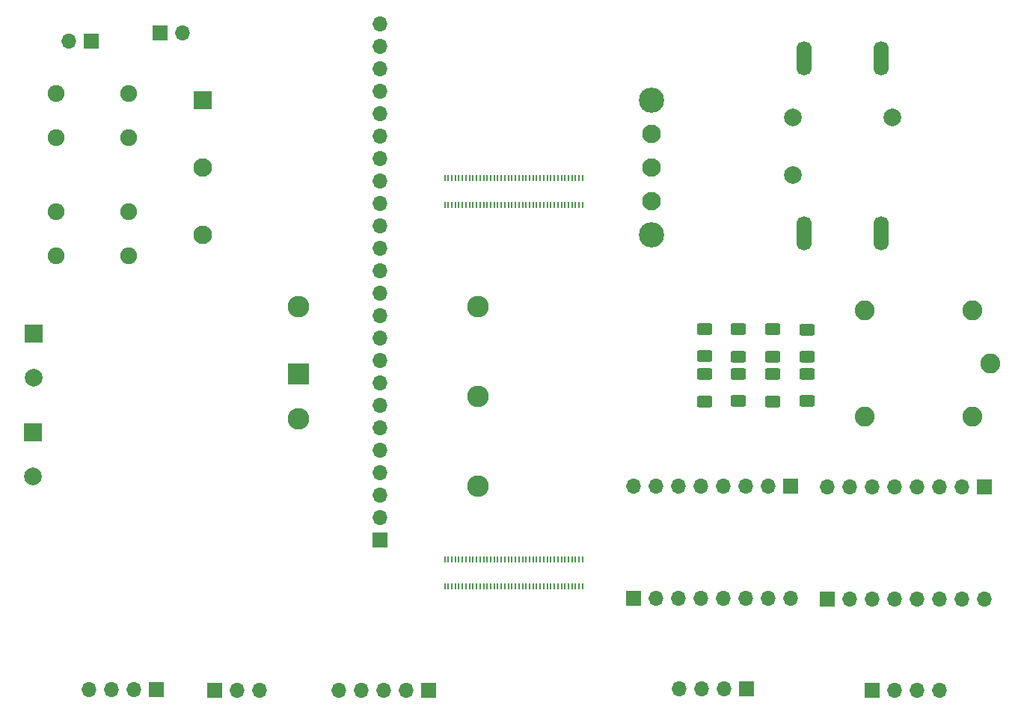
<source format=gbr>
%TF.GenerationSoftware,KiCad,Pcbnew,7.0.8*%
%TF.CreationDate,2023-10-25T17:14:19-06:00*%
%TF.ProjectId,GR-LRR-PCB,47522d4c-5252-42d5-9043-422e6b696361,rev?*%
%TF.SameCoordinates,Original*%
%TF.FileFunction,Soldermask,Bot*%
%TF.FilePolarity,Negative*%
%FSLAX46Y46*%
G04 Gerber Fmt 4.6, Leading zero omitted, Abs format (unit mm)*
G04 Created by KiCad (PCBNEW 7.0.8) date 2023-10-25 17:14:19*
%MOMM*%
%LPD*%
G01*
G04 APERTURE LIST*
G04 Aperture macros list*
%AMRoundRect*
0 Rectangle with rounded corners*
0 $1 Rounding radius*
0 $2 $3 $4 $5 $6 $7 $8 $9 X,Y pos of 4 corners*
0 Add a 4 corners polygon primitive as box body*
4,1,4,$2,$3,$4,$5,$6,$7,$8,$9,$2,$3,0*
0 Add four circle primitives for the rounded corners*
1,1,$1+$1,$2,$3*
1,1,$1+$1,$4,$5*
1,1,$1+$1,$6,$7*
1,1,$1+$1,$8,$9*
0 Add four rect primitives between the rounded corners*
20,1,$1+$1,$2,$3,$4,$5,0*
20,1,$1+$1,$4,$5,$6,$7,0*
20,1,$1+$1,$6,$7,$8,$9,0*
20,1,$1+$1,$8,$9,$2,$3,0*%
G04 Aperture macros list end*
%ADD10R,1.700000X1.700000*%
%ADD11O,1.700000X1.700000*%
%ADD12R,2.000000X2.000000*%
%ADD13C,2.000000*%
%ADD14RoundRect,0.102000X-1.125000X-1.125000X1.125000X-1.125000X1.125000X1.125000X-1.125000X1.125000X0*%
%ADD15C,2.454000*%
%ADD16R,2.100000X2.100000*%
%ADD17C,2.100000*%
%ADD18C,2.865000*%
%ADD19C,1.905000*%
%ADD20C,2.250000*%
%ADD21RoundRect,0.250000X0.625000X-0.400000X0.625000X0.400000X-0.625000X0.400000X-0.625000X-0.400000X0*%
%ADD22R,0.200000X0.700000*%
%ADD23O,1.700000X3.900000*%
G04 APERTURE END LIST*
D10*
%TO.C,J8*%
X167274000Y-116718000D03*
D11*
X169814000Y-116718000D03*
X172354000Y-116718000D03*
X174894000Y-116718000D03*
X177434000Y-116718000D03*
X179974000Y-116718000D03*
X182514000Y-116718000D03*
X185054000Y-116718000D03*
%TD*%
D10*
%TO.C,J7*%
X185054000Y-104018000D03*
D11*
X182514000Y-104018000D03*
X179974000Y-104018000D03*
X177434000Y-104018000D03*
X174894000Y-104018000D03*
X172354000Y-104018000D03*
X169814000Y-104018000D03*
X167274000Y-104018000D03*
%TD*%
D10*
%TO.C,J13*%
X122199400Y-127081200D03*
D11*
X119659400Y-127081200D03*
X117119400Y-127081200D03*
X114579400Y-127081200D03*
X112039400Y-127081200D03*
%TD*%
D10*
%TO.C,J14*%
X83997800Y-53599000D03*
D11*
X81457800Y-53599000D03*
%TD*%
D12*
%TO.C,C0*%
X77469200Y-86681200D03*
D13*
X77469200Y-91681200D03*
%TD*%
D10*
%TO.C,J10*%
X97993200Y-127081200D03*
D11*
X100533200Y-127081200D03*
X103073200Y-127081200D03*
%TD*%
D14*
%TO.C,PS2*%
X107479100Y-91216400D03*
D15*
X107479100Y-96296400D03*
X127799100Y-103916400D03*
X127799100Y-93756400D03*
X127799100Y-83596400D03*
X107479100Y-83596400D03*
%TD*%
D10*
%TO.C,J11*%
X116636800Y-110088600D03*
D11*
X116636800Y-107548600D03*
X116636800Y-105008600D03*
X116636800Y-102468600D03*
X116636800Y-99928600D03*
X116636800Y-97388600D03*
X116636800Y-94848600D03*
X116636800Y-92308600D03*
X116636800Y-89768600D03*
X116636800Y-87228600D03*
X116636800Y-84688600D03*
X116636800Y-82148600D03*
X116636800Y-79608600D03*
X116636800Y-77068600D03*
X116636800Y-74528600D03*
X116636800Y-71988600D03*
X116636800Y-69448600D03*
X116636800Y-66908600D03*
X116636800Y-64368600D03*
X116636800Y-61828600D03*
X116636800Y-59288600D03*
X116636800Y-56748600D03*
X116636800Y-54208600D03*
X116636800Y-51668600D03*
%TD*%
D10*
%TO.C,J6*%
X145364200Y-116692600D03*
D11*
X147904200Y-116692600D03*
X150444200Y-116692600D03*
X152984200Y-116692600D03*
X155524200Y-116692600D03*
X158064200Y-116692600D03*
X160604200Y-116692600D03*
X163144200Y-116692600D03*
%TD*%
D10*
%TO.C,J9*%
X91313000Y-126954200D03*
D11*
X88773000Y-126954200D03*
X86233000Y-126954200D03*
X83693000Y-126954200D03*
%TD*%
D10*
%TO.C,StepperMotor2*%
X172404800Y-127055800D03*
D11*
X174944800Y-127055800D03*
X177484800Y-127055800D03*
X180024800Y-127055800D03*
%TD*%
D16*
%TO.C,PS1*%
X96621600Y-60279200D03*
D17*
X96621600Y-67899200D03*
X96621600Y-75519200D03*
D18*
X147421600Y-75519200D03*
D17*
X147421600Y-71709200D03*
X147421600Y-67899200D03*
X147421600Y-64089200D03*
D18*
X147421600Y-60279200D03*
%TD*%
D10*
%TO.C,StepperMotor1*%
X158130000Y-126928800D03*
D11*
X155590000Y-126928800D03*
X153050000Y-126928800D03*
X150510000Y-126928800D03*
%TD*%
D19*
%TO.C,J3*%
X88239600Y-59466400D03*
X80039601Y-59466400D03*
X88239600Y-64466400D03*
X80039601Y-64466400D03*
%TD*%
%TO.C,J4*%
X88239600Y-72881400D03*
X80039601Y-72881400D03*
X88239600Y-77881400D03*
X80039601Y-77881400D03*
%TD*%
D20*
%TO.C,K1*%
X185718200Y-90053600D03*
X183718200Y-84053600D03*
X171518200Y-84053600D03*
X171518200Y-96053600D03*
X183718200Y-96053600D03*
%TD*%
D10*
%TO.C,J5*%
X163144200Y-103992600D03*
D11*
X160604200Y-103992600D03*
X158064200Y-103992600D03*
X155524200Y-103992600D03*
X152984200Y-103992600D03*
X150444200Y-103992600D03*
X147904200Y-103992600D03*
X145364200Y-103992600D03*
%TD*%
D10*
%TO.C,J17*%
X91816000Y-52684600D03*
D11*
X94356000Y-52684600D03*
%TD*%
D12*
%TO.C,C3*%
X77419200Y-97871200D03*
D13*
X77419200Y-102871200D03*
%TD*%
D21*
%TO.C,R18*%
X161112200Y-94366600D03*
X161112200Y-91266600D03*
%TD*%
D22*
%TO.C,J1*%
X124000600Y-72118800D03*
X124000600Y-69038800D03*
X124400600Y-72118800D03*
X124400600Y-69038800D03*
X124800600Y-72118800D03*
X124800600Y-69038800D03*
X125200600Y-72118800D03*
X125200600Y-69038800D03*
X125600600Y-72118800D03*
X125600600Y-69038800D03*
X126000600Y-72118800D03*
X126000600Y-69038800D03*
X126400600Y-72118800D03*
X126400600Y-69038800D03*
X126800600Y-72118800D03*
X126800600Y-69038800D03*
X127200600Y-72118800D03*
X127200600Y-69038800D03*
X127600600Y-72118800D03*
X127600600Y-69038800D03*
X128000600Y-72118800D03*
X128000600Y-69038800D03*
X128400600Y-72118800D03*
X128400600Y-69038800D03*
X128800600Y-72118800D03*
X128800600Y-69038800D03*
X129200600Y-72118800D03*
X129200600Y-69038800D03*
X129600600Y-72118800D03*
X129600600Y-69038800D03*
X130000600Y-72118800D03*
X130000600Y-69038800D03*
X130400600Y-72118800D03*
X130400600Y-69038800D03*
X130800600Y-72118800D03*
X130800600Y-69038800D03*
X131200600Y-72118800D03*
X131200600Y-69038800D03*
X131600600Y-72118800D03*
X131600600Y-69038800D03*
X132000600Y-72118800D03*
X132000600Y-69038800D03*
X132400600Y-72118800D03*
X132400600Y-69038800D03*
X132800600Y-72118800D03*
X132800600Y-69038800D03*
X133200600Y-72118800D03*
X133200600Y-69038800D03*
X133600600Y-72118800D03*
X133600600Y-69038800D03*
X134000600Y-72118800D03*
X134000600Y-69038800D03*
X134400600Y-72118800D03*
X134400600Y-69038800D03*
X134800600Y-72118800D03*
X134800600Y-69038800D03*
X135200600Y-72118800D03*
X135200600Y-69038800D03*
X135600600Y-72118800D03*
X135600600Y-69038800D03*
X136000600Y-72118800D03*
X136000600Y-69038800D03*
X136400600Y-72118800D03*
X136400600Y-69038800D03*
X136800600Y-72118800D03*
X136800600Y-69038800D03*
X137200600Y-72118800D03*
X137200600Y-69038800D03*
X137600600Y-72118800D03*
X137600600Y-69038800D03*
X138000600Y-72118800D03*
X138000600Y-69038800D03*
X138400600Y-72118800D03*
X138400600Y-69038800D03*
X138800600Y-72118800D03*
X138800600Y-69038800D03*
X139200600Y-72118800D03*
X139200600Y-69038800D03*
X139600600Y-72118800D03*
X139600600Y-69038800D03*
%TD*%
D21*
%TO.C,R3*%
X157244134Y-94341600D03*
X157244134Y-91241600D03*
%TD*%
D23*
%TO.C,SW1*%
X173375000Y-75359600D03*
X164675000Y-75359600D03*
X173375000Y-55559600D03*
X164675000Y-55559600D03*
D13*
X163425000Y-68709600D03*
X174625000Y-62209600D03*
X163425000Y-62209600D03*
%TD*%
D21*
%TO.C,R1*%
X153376068Y-94371600D03*
X153376068Y-91271600D03*
%TD*%
%TO.C,R20*%
X164980266Y-94311600D03*
X164980266Y-91211600D03*
%TD*%
%TO.C,R2*%
X153376068Y-89261600D03*
X153376068Y-86161600D03*
%TD*%
%TO.C,R19*%
X161112200Y-89266600D03*
X161112200Y-86166600D03*
%TD*%
%TO.C,R17*%
X157244134Y-89291600D03*
X157244134Y-86191600D03*
%TD*%
D22*
%TO.C,J2*%
X124000600Y-115298800D03*
X124000600Y-112218800D03*
X124400600Y-115298800D03*
X124400600Y-112218800D03*
X124800600Y-115298800D03*
X124800600Y-112218800D03*
X125200600Y-115298800D03*
X125200600Y-112218800D03*
X125600600Y-115298800D03*
X125600600Y-112218800D03*
X126000600Y-115298800D03*
X126000600Y-112218800D03*
X126400600Y-115298800D03*
X126400600Y-112218800D03*
X126800600Y-115298800D03*
X126800600Y-112218800D03*
X127200600Y-115298800D03*
X127200600Y-112218800D03*
X127600600Y-115298800D03*
X127600600Y-112218800D03*
X128000600Y-115298800D03*
X128000600Y-112218800D03*
X128400600Y-115298800D03*
X128400600Y-112218800D03*
X128800600Y-115298800D03*
X128800600Y-112218800D03*
X129200600Y-115298800D03*
X129200600Y-112218800D03*
X129600600Y-115298800D03*
X129600600Y-112218800D03*
X130000600Y-115298800D03*
X130000600Y-112218800D03*
X130400600Y-115298800D03*
X130400600Y-112218800D03*
X130800600Y-115298800D03*
X130800600Y-112218800D03*
X131200600Y-115298800D03*
X131200600Y-112218800D03*
X131600600Y-115298800D03*
X131600600Y-112218800D03*
X132000600Y-115298800D03*
X132000600Y-112218800D03*
X132400600Y-115298800D03*
X132400600Y-112218800D03*
X132800600Y-115298800D03*
X132800600Y-112218800D03*
X133200600Y-115298800D03*
X133200600Y-112218800D03*
X133600600Y-115298800D03*
X133600600Y-112218800D03*
X134000600Y-115298800D03*
X134000600Y-112218800D03*
X134400600Y-115298800D03*
X134400600Y-112218800D03*
X134800600Y-115298800D03*
X134800600Y-112218800D03*
X135200600Y-115298800D03*
X135200600Y-112218800D03*
X135600600Y-115298800D03*
X135600600Y-112218800D03*
X136000600Y-115298800D03*
X136000600Y-112218800D03*
X136400600Y-115298800D03*
X136400600Y-112218800D03*
X136800600Y-115298800D03*
X136800600Y-112218800D03*
X137200600Y-115298800D03*
X137200600Y-112218800D03*
X137600600Y-115298800D03*
X137600600Y-112218800D03*
X138000600Y-115298800D03*
X138000600Y-112218800D03*
X138400600Y-115298800D03*
X138400600Y-112218800D03*
X138800600Y-115298800D03*
X138800600Y-112218800D03*
X139200600Y-115298800D03*
X139200600Y-112218800D03*
X139600600Y-115298800D03*
X139600600Y-112218800D03*
%TD*%
D21*
%TO.C,R21*%
X164980266Y-89321600D03*
X164980266Y-86221600D03*
%TD*%
M02*

</source>
